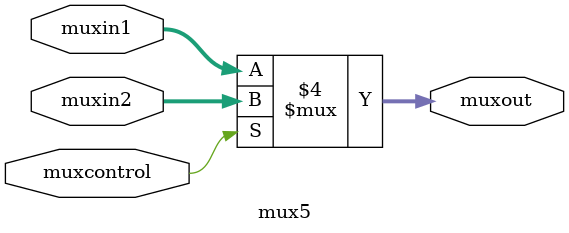
<source format=v>
module mux5(
	output reg[4:0] muxout,
	input muxcontrol,
	input [4:0] muxin1,
	input [4:0] muxin2
	);
	

	always @ (muxin1 or muxin2 or muxcontrol)
	begin
	if (muxcontrol == 1'b0) muxout = muxin1;
	else muxout = muxin2;
	end
endmodule
	
</source>
